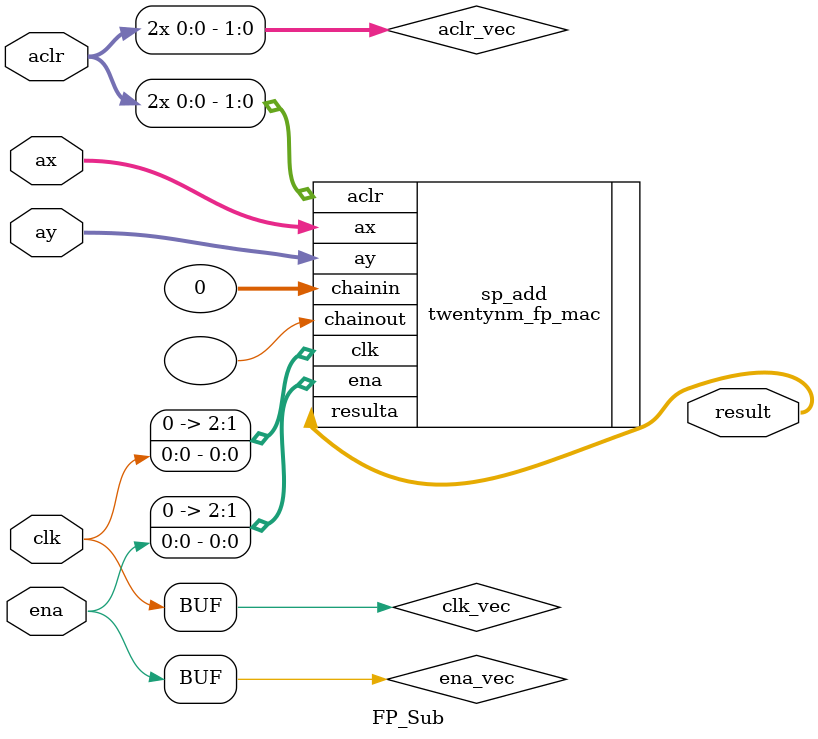
<source format=v>
module FP_Sub(
    input  wire                          clk,
    input  wire                          ena,
    input  wire		                     aclr,
    input  wire [31:0]                   ax,
    input  wire [31:0]                   ay,
    output wire [31:0]                   result

	);
    wire [1-1:0] clk_vec;
    wire [1-1:0] ena_vec;
	wire [1:0]                   aclr_vec;
    assign clk_vec[0] = clk;
    assign ena_vec[0] = ena;
	assign aclr_vec[1] = aclr;
    assign aclr_vec[0] = aclr;

twentynm_fp_mac  #(
    .ax_clock("0"),
    .ay_clock("0"),
    .az_clock("NONE"),
    .output_clock("0"),
    .accumulate_clock("NONE"),
    .ax_chainin_pl_clock("NONE"),
    .accum_pipeline_clock("NONE"),
    .mult_pipeline_clock("NONE"),
    .adder_input_clock("NONE"),
    .accum_adder_clock("NONE"),
    .use_chainin("false"),
    .operation_mode("sp_add"),
    .adder_subtract("true")
) sp_add (
    .clk({1'b0,1'b0,clk_vec[0]}),
    .ena({1'b0,1'b0,ena_vec[0]}),
    .aclr(aclr_vec),
    .ax(ax),
    .ay(ay),

    .chainin(32'b0),
    .resulta(result),
    .chainout()
);
endmodule
</source>
